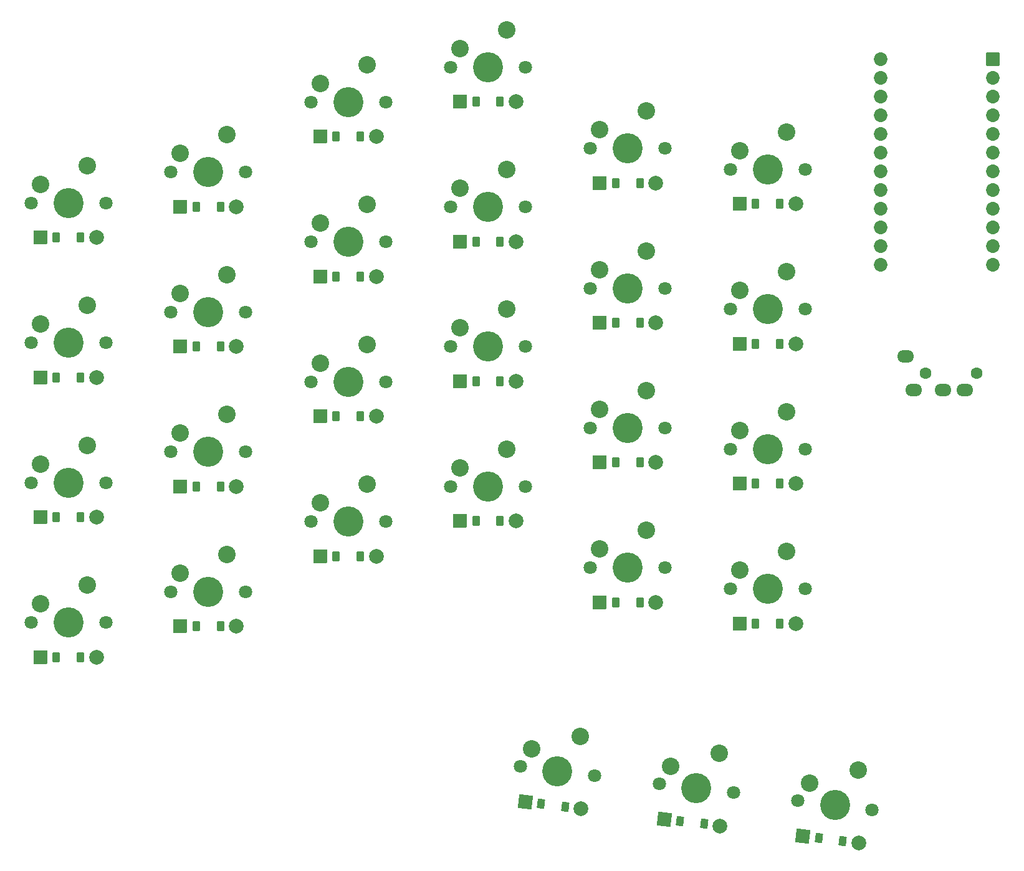
<source format=gbr>
%TF.GenerationSoftware,KiCad,Pcbnew,9.0.1*%
%TF.CreationDate,2025-06-02T17:16:12+02:00*%
%TF.ProjectId,pleiades_l,706c6569-6164-4657-935f-6c2e6b696361,v1.0.0*%
%TF.SameCoordinates,Original*%
%TF.FileFunction,Soldermask,Bot*%
%TF.FilePolarity,Negative*%
%FSLAX46Y46*%
G04 Gerber Fmt 4.6, Leading zero omitted, Abs format (unit mm)*
G04 Created by KiCad (PCBNEW 9.0.1) date 2025-06-02 17:16:12*
%MOMM*%
%LPD*%
G01*
G04 APERTURE LIST*
G04 Aperture macros list*
%AMRoundRect*
0 Rectangle with rounded corners*
0 $1 Rounding radius*
0 $2 $3 $4 $5 $6 $7 $8 $9 X,Y pos of 4 corners*
0 Add a 4 corners polygon primitive as box body*
4,1,4,$2,$3,$4,$5,$6,$7,$8,$9,$2,$3,0*
0 Add four circle primitives for the rounded corners*
1,1,$1+$1,$2,$3*
1,1,$1+$1,$4,$5*
1,1,$1+$1,$6,$7*
1,1,$1+$1,$8,$9*
0 Add four rect primitives between the rounded corners*
20,1,$1+$1,$2,$3,$4,$5,0*
20,1,$1+$1,$4,$5,$6,$7,0*
20,1,$1+$1,$6,$7,$8,$9,0*
20,1,$1+$1,$8,$9,$2,$3,0*%
G04 Aperture macros list end*
%ADD10C,4.087800*%
%ADD11C,1.801800*%
%ADD12C,2.386000*%
%ADD13RoundRect,0.050000X-0.876300X0.876300X-0.876300X-0.876300X0.876300X-0.876300X0.876300X0.876300X0*%
%ADD14C,1.852600*%
%ADD15RoundRect,0.050000X-0.450000X-0.600000X0.450000X-0.600000X0.450000X0.600000X-0.450000X0.600000X0*%
%ADD16RoundRect,0.050000X-0.889000X-0.889000X0.889000X-0.889000X0.889000X0.889000X-0.889000X0.889000X0*%
%ADD17C,2.005000*%
%ADD18RoundRect,0.050000X-0.519767X-0.540686X0.373524X-0.650369X0.519767X0.540686X-0.373524X0.650369X0*%
%ADD19RoundRect,0.050000X-0.990715X-0.774032X0.774032X-0.990715X0.990715X0.774032X-0.774032X0.990715X0*%
%ADD20C,1.600000*%
%ADD21O,2.300000X1.700000*%
G04 APERTURE END LIST*
D10*
%TO.C,S1*%
X0Y-2857500D03*
D11*
X5080000Y-2857500D03*
X-5080000Y-2857500D03*
D12*
X2540000Y2222500D03*
X-3810000Y-317500D03*
%TD*%
D10*
%TO.C,S2*%
X0Y16142500D03*
D11*
X5080000Y16142500D03*
X-5080000Y16142500D03*
D12*
X2540000Y21222500D03*
X-3810000Y18682500D03*
%TD*%
D10*
%TO.C,S3*%
X0Y35142500D03*
D11*
X5080000Y35142500D03*
X-5080000Y35142500D03*
D12*
X2540000Y40222500D03*
X-3810000Y37682500D03*
%TD*%
D10*
%TO.C,S4*%
X0Y54142500D03*
D11*
X5080000Y54142500D03*
X-5080000Y54142500D03*
D12*
X2540000Y59222500D03*
X-3810000Y56682500D03*
%TD*%
D10*
%TO.C,S5*%
X19000000Y1333500D03*
D11*
X24080000Y1333500D03*
X13920000Y1333500D03*
D12*
X21540000Y6413500D03*
X15190000Y3873500D03*
%TD*%
D10*
%TO.C,S6*%
X19000000Y20333500D03*
D11*
X24080000Y20333500D03*
X13920000Y20333500D03*
D12*
X21540000Y25413500D03*
X15190000Y22873500D03*
%TD*%
D10*
%TO.C,S7*%
X19000000Y39333500D03*
D11*
X24080000Y39333500D03*
X13920000Y39333500D03*
D12*
X21540000Y44413500D03*
X15190000Y41873500D03*
%TD*%
D10*
%TO.C,S8*%
X19000000Y58333500D03*
D11*
X24080000Y58333500D03*
X13920000Y58333500D03*
D12*
X21540000Y63413500D03*
X15190000Y60873500D03*
%TD*%
D10*
%TO.C,S9*%
X38000000Y10858500D03*
D11*
X43080000Y10858500D03*
X32920000Y10858500D03*
D12*
X40540000Y15938500D03*
X34190000Y13398500D03*
%TD*%
D10*
%TO.C,S10*%
X38000000Y29858500D03*
D11*
X43080000Y29858500D03*
X32920000Y29858500D03*
D12*
X40540000Y34938500D03*
X34190000Y32398500D03*
%TD*%
D10*
%TO.C,S11*%
X38000000Y48858500D03*
D11*
X43080000Y48858500D03*
X32920000Y48858500D03*
D12*
X40540000Y53938500D03*
X34190000Y51398500D03*
%TD*%
D10*
%TO.C,S12*%
X38000000Y67858500D03*
D11*
X43080000Y67858500D03*
X32920000Y67858500D03*
D12*
X40540000Y72938500D03*
X34190000Y70398500D03*
%TD*%
D10*
%TO.C,S13*%
X57000000Y15621000D03*
D11*
X62080000Y15621000D03*
X51920000Y15621000D03*
D12*
X59540000Y20701000D03*
X53190000Y18161000D03*
%TD*%
D10*
%TO.C,S14*%
X57000000Y34621000D03*
D11*
X62080000Y34621000D03*
X51920000Y34621000D03*
D12*
X59540000Y39701000D03*
X53190000Y37161000D03*
%TD*%
D10*
%TO.C,S15*%
X57000000Y53621000D03*
D11*
X62080000Y53621000D03*
X51920000Y53621000D03*
D12*
X59540000Y58701000D03*
X53190000Y56161000D03*
%TD*%
D10*
%TO.C,S16*%
X57000000Y72621000D03*
D11*
X62080000Y72621000D03*
X51920000Y72621000D03*
D12*
X59540000Y77701000D03*
X53190000Y75161000D03*
%TD*%
D10*
%TO.C,S17*%
X76000000Y4572000D03*
D11*
X81080000Y4572000D03*
X70920000Y4572000D03*
D12*
X78540000Y9652000D03*
X72190000Y7112000D03*
%TD*%
D10*
%TO.C,S18*%
X76000000Y23572000D03*
D11*
X81080000Y23572000D03*
X70920000Y23572000D03*
D12*
X78540000Y28652000D03*
X72190000Y26112000D03*
%TD*%
D10*
%TO.C,S19*%
X76000000Y42572000D03*
D11*
X81080000Y42572000D03*
X70920000Y42572000D03*
D12*
X78540000Y47652000D03*
X72190000Y45112000D03*
%TD*%
D10*
%TO.C,S20*%
X76000000Y61572000D03*
D11*
X81080000Y61572000D03*
X70920000Y61572000D03*
D12*
X78540000Y66652000D03*
X72190000Y64112000D03*
%TD*%
D10*
%TO.C,S21*%
X95000000Y1714500D03*
D11*
X100080000Y1714500D03*
X89920000Y1714500D03*
D12*
X97540000Y6794500D03*
X91190000Y4254500D03*
%TD*%
D10*
%TO.C,S22*%
X95000000Y20714500D03*
D11*
X100080000Y20714500D03*
X89920000Y20714500D03*
D12*
X97540000Y25794500D03*
X91190000Y23254500D03*
%TD*%
D10*
%TO.C,S23*%
X95000000Y39714500D03*
D11*
X100080000Y39714500D03*
X89920000Y39714500D03*
D12*
X97540000Y44794500D03*
X91190000Y42254500D03*
%TD*%
D10*
%TO.C,S24*%
X95000000Y58714500D03*
D11*
X100080000Y58714500D03*
X89920000Y58714500D03*
D12*
X97540000Y63794500D03*
X91190000Y61254500D03*
%TD*%
D10*
%TO.C,S25*%
X66425000Y-23050500D03*
D11*
X71467134Y-23669596D03*
X61382866Y-22431404D03*
D12*
X69565163Y-18317914D03*
X62952947Y-20065111D03*
%TD*%
D10*
%TO.C,S26*%
X85283377Y-25366017D03*
D11*
X90325511Y-25985113D03*
X80241243Y-24746921D03*
D12*
X88423540Y-20633431D03*
X81811324Y-22380628D03*
%TD*%
D10*
%TO.C,S27*%
X104141754Y-27681535D03*
D11*
X109183888Y-28300631D03*
X99099620Y-27062439D03*
D12*
X107281917Y-22948949D03*
X100669701Y-24696146D03*
%TD*%
D13*
%TO.C,MCU1*%
X125620000Y73684500D03*
D14*
X125620000Y71144500D03*
X125620000Y68604500D03*
X125620000Y66064500D03*
X125620000Y63524500D03*
X125620000Y60984500D03*
X125620000Y58444500D03*
X125620000Y55904500D03*
X125620000Y53364500D03*
X125620000Y50824500D03*
X125620000Y48284500D03*
X125620000Y45744500D03*
X110380000Y73684500D03*
X110380000Y71144500D03*
X110380000Y68604500D03*
X110380000Y66064500D03*
X110380000Y63524500D03*
X110380000Y60984500D03*
X110380000Y58444500D03*
X110380000Y55904500D03*
X110380000Y53364500D03*
X110380000Y50824500D03*
X110380000Y48284500D03*
X110380000Y45744500D03*
%TD*%
D15*
%TO.C,D1*%
X1650000Y-7557500D03*
X-1650000Y-7557500D03*
D16*
X-3810000Y-7557500D03*
D17*
X3810000Y-7557500D03*
%TD*%
D15*
%TO.C,D2*%
X1650000Y11442500D03*
X-1650000Y11442500D03*
D16*
X-3810000Y11442500D03*
D17*
X3810000Y11442500D03*
%TD*%
D15*
%TO.C,D3*%
X1650000Y30442500D03*
X-1650000Y30442500D03*
D16*
X-3810000Y30442500D03*
D17*
X3810000Y30442500D03*
%TD*%
D15*
%TO.C,D4*%
X1650000Y49442500D03*
X-1650000Y49442500D03*
D16*
X-3810000Y49442500D03*
D17*
X3810000Y49442500D03*
%TD*%
D15*
%TO.C,D5*%
X20650000Y-3366500D03*
X17350000Y-3366500D03*
D16*
X15190000Y-3366500D03*
D17*
X22810000Y-3366500D03*
%TD*%
D15*
%TO.C,D6*%
X20650000Y15633500D03*
X17350000Y15633500D03*
D16*
X15190000Y15633500D03*
D17*
X22810000Y15633500D03*
%TD*%
D15*
%TO.C,D7*%
X20650000Y34633500D03*
X17350000Y34633500D03*
D16*
X15190000Y34633500D03*
D17*
X22810000Y34633500D03*
%TD*%
D15*
%TO.C,D8*%
X20650000Y53633500D03*
X17350000Y53633500D03*
D16*
X15190000Y53633500D03*
D17*
X22810000Y53633500D03*
%TD*%
D15*
%TO.C,D9*%
X39650000Y6158500D03*
X36350000Y6158500D03*
D16*
X34190000Y6158500D03*
D17*
X41810000Y6158500D03*
%TD*%
D15*
%TO.C,D10*%
X39650000Y25158500D03*
X36350000Y25158500D03*
D16*
X34190000Y25158500D03*
D17*
X41810000Y25158500D03*
%TD*%
D15*
%TO.C,D11*%
X39650000Y44158500D03*
X36350000Y44158500D03*
D16*
X34190000Y44158500D03*
D17*
X41810000Y44158500D03*
%TD*%
D15*
%TO.C,D12*%
X39650000Y63158500D03*
X36350000Y63158500D03*
D16*
X34190000Y63158500D03*
D17*
X41810000Y63158500D03*
%TD*%
D15*
%TO.C,D13*%
X58650000Y10921000D03*
X55350000Y10921000D03*
D16*
X53190000Y10921000D03*
D17*
X60810000Y10921000D03*
%TD*%
D15*
%TO.C,D14*%
X58650000Y29921000D03*
X55350000Y29921000D03*
D16*
X53190000Y29921000D03*
D17*
X60810000Y29921000D03*
%TD*%
D15*
%TO.C,D15*%
X58650000Y48921000D03*
X55350000Y48921000D03*
D16*
X53190000Y48921000D03*
D17*
X60810000Y48921000D03*
%TD*%
D15*
%TO.C,D16*%
X58650000Y67921000D03*
X55350000Y67921000D03*
D16*
X53190000Y67921000D03*
D17*
X60810000Y67921000D03*
%TD*%
D15*
%TO.C,D17*%
X77650000Y-128000D03*
X74350000Y-128000D03*
D16*
X72190000Y-128000D03*
D17*
X79810000Y-128000D03*
%TD*%
D15*
%TO.C,D18*%
X77650000Y18872000D03*
X74350000Y18872000D03*
D16*
X72190000Y18872000D03*
D17*
X79810000Y18872000D03*
%TD*%
D15*
%TO.C,D19*%
X77650000Y37872000D03*
X74350000Y37872000D03*
D16*
X72190000Y37872000D03*
D17*
X79810000Y37872000D03*
%TD*%
D15*
%TO.C,D20*%
X77650000Y56872000D03*
X74350000Y56872000D03*
D16*
X72190000Y56872000D03*
D17*
X79810000Y56872000D03*
%TD*%
D15*
%TO.C,D21*%
X96650000Y-2985500D03*
X93350000Y-2985500D03*
D16*
X91190000Y-2985500D03*
D17*
X98810000Y-2985500D03*
%TD*%
D15*
%TO.C,D22*%
X96650000Y16014500D03*
X93350000Y16014500D03*
D16*
X91190000Y16014500D03*
D17*
X98810000Y16014500D03*
%TD*%
D15*
%TO.C,D23*%
X96650000Y35014500D03*
X93350000Y35014500D03*
D16*
X91190000Y35014500D03*
D17*
X98810000Y35014500D03*
%TD*%
D15*
%TO.C,D24*%
X96650000Y54014500D03*
X93350000Y54014500D03*
D16*
X91190000Y54014500D03*
D17*
X98810000Y54014500D03*
%TD*%
D18*
%TO.C,D25*%
X67489915Y-27916551D03*
X64214513Y-27514383D03*
D19*
X62070613Y-27251145D03*
D17*
X69633815Y-28179789D03*
%TD*%
D18*
%TO.C,D26*%
X86348292Y-30232068D03*
X83072890Y-29829900D03*
D19*
X80928990Y-29566662D03*
D17*
X88492192Y-30495306D03*
%TD*%
D18*
%TO.C,D27*%
X105206669Y-32547586D03*
X101931267Y-32145418D03*
D19*
X99787367Y-31882180D03*
D17*
X107350569Y-32810824D03*
%TD*%
D20*
%TO.C,TRRS1*%
X116400000Y31014500D03*
X123400000Y31014500D03*
D21*
X113700000Y33314500D03*
X114800000Y28714500D03*
X118800000Y28714500D03*
X121800000Y28714500D03*
%TD*%
M02*

</source>
